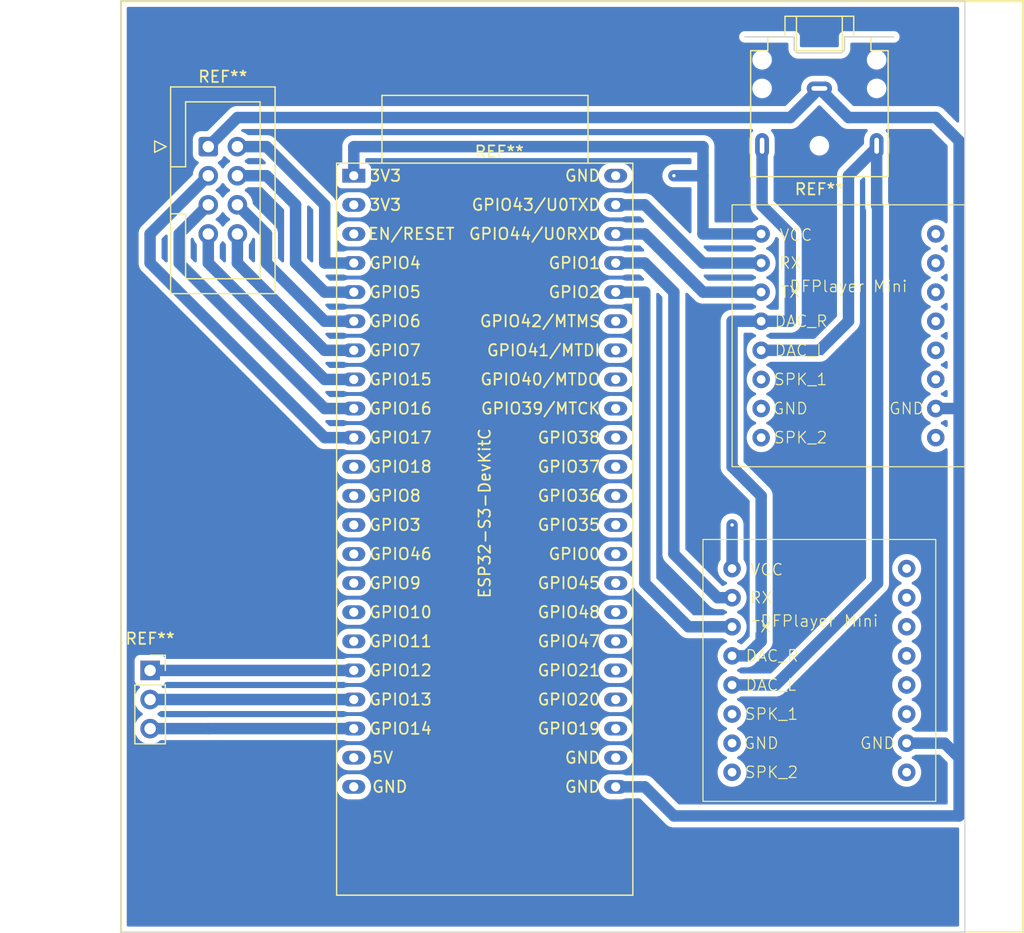
<source format=kicad_pcb>
(kicad_pcb (version 20221018) (generator pcbnew)
  (layers (0 "F.Cu" signal) (31 "B.Cu" signal) (34 "B.Paste" user) (35 "F.Paste" user) (36 "B.SilkS" user "B.Silkscreen") (37 "F.SilkS" user "F.Silkscreen") (38 "B.Mask" user) (39 "F.Mask" user) (44 "Edge.Cuts" user))
  (net 0 "")
  (footprint "Connector_Audio:Jack_3.5mm_CUI_SJ1-3523N_Horizontal" (layer "F.Cu") (at 83.82 30.48 180)
    (fp_text reference "REF**" (at 0 -8.8) (layer "F.SilkS"))
    (fp_text value "Jack_3.5mm_CUI_SJ1-3523N_Horizontal")
    (fp_line (start -6 -7.7) (end 6 -7.7) (stroke (width 0.12)) (layer "F.SilkS"))
    (fp_line (start -6 3.3) (end -6 -7.7) (stroke (width 0.12)) (layer "F.SilkS"))
    (fp_line (start -4.5 3.3) (end -6 3.3) (stroke (width 0.12)) (layer "F.SilkS"))
    (fp_line (start -4.5 4.5) (end -4.5 3.3) (stroke (width 0.12)) (layer "F.SilkS"))
    (fp_line (start -3 4.5) (end -4.5 4.5) (stroke (width 0.12)) (layer "F.SilkS"))
    (fp_line (start -3 6.3) (end -3 4.5) (stroke (width 0.12)) (layer "F.SilkS"))
    (fp_line (start -2 3.3) (end -2 6.3) (stroke (width 0.12)) (layer "F.SilkS"))
    (fp_line (start 2 3.3) (end -2 3.3) (stroke (width 0.12)) (layer "F.SilkS"))
    (fp_line (start 2 6.3) (end 2 3.3) (stroke (width 0.12)) (layer "F.SilkS"))
    (fp_line (start 3 4.5) (end 3 6.3) (stroke (width 0.12)) (layer "F.SilkS"))
    (fp_line (start 3 6.3) (end -3 6.3) (stroke (width 0.12)) (layer "F.SilkS"))
    (fp_line (start 4.5 3.3) (end 4.5 4.5) (stroke (width 0.12)) (layer "F.SilkS"))
    (fp_line (start 4.5 4.5) (end 3 4.5) (stroke (width 0.12)) (layer "F.SilkS"))
    (fp_line (start 6 -7.7) (end 6 3.3) (stroke (width 0.12)) (layer "F.SilkS"))
    (fp_line (start 6 3.3) (end 4.5 3.3) (stroke (width 0.12)) (layer "F.SilkS"))
    (fp_line (start -2.2 3.5) (end -2.2 4.5) (stroke (width 0.12)) (layer "Edge.Cuts"))
    (fp_line (start -2.2 4.5) (end -6.5 4.5) (stroke (width 0.12)) (layer "Edge.Cuts"))
    (fp_line (start 1.8 3.1) (end -1.8 3.1) (stroke (width 0.12)) (layer "Edge.Cuts"))
    (fp_line (start 2.2 3.5) (end 2.2 4.5) (stroke (width 0.12)) (layer "Edge.Cuts"))
    (fp_line (start 2.2 4.5) (end 6.5 4.5) (stroke (width 0.12)) (layer "Edge.Cuts"))
    (fp_arc (start -2.2 3.5) (mid -2.082842 3.217158) (end -1.8 3.1) (stroke (width 0.12)) (layer "Edge.Cuts"))
    (fp_arc (start 1.8 3.1) (mid 2.082843 3.217157) (end 2.2 3.5) (stroke (width 0.12)) (layer "Edge.Cuts"))
    (pad "" np_thru_hole circle (at -5 0 180) (size 1.2 1.2) (drill 1.2) (layers "*.Cu"))
    (pad "" np_thru_hole circle (at -5 2.5 180) (size 1.2 1.2) (drill 1.2) (layers "*.Cu"))
    (pad "" np_thru_hole circle (at 0 -5 180) (size 1.2 1.2) (drill 1.2) (layers "*.Cu"))
    (pad "" np_thru_hole circle (at 5 0 180) (size 1.2 1.2) (drill 1.2) (layers "*.Cu"))
    (pad "" np_thru_hole circle (at 5 2.5 180) (size 1.2 1.2) (drill 1.2) (layers "*.Cu"))
    (pad "R" thru_hole oval (at -5 -5 180) (size 1.2 2.2) (drill oval 0.4 1.4) (layers "*.Cu" "*.Mask"))
    (pad "S" thru_hole oval (at 0 0 180) (size 2.2 1.2) (drill oval 1.4 0.4) (layers "*.Cu" "*.Mask"))
    (pad "T" thru_hole oval (at 5 -5) (size 1.2 2.2) (drill oval 0.4 1.4) (layers "*.Cu" "*.Mask"))
  )
  (footprint "Connector_IDC:IDC-Header_2x04_P2.54mm_Vertical" (layer "F.Cu") (at 30.48 35.56)
    (fp_text reference "REF**" (at 1.27 -6.1) (layer "F.SilkS"))
    (fp_text value "IDC-Header_2x04_P2.54mm_Vertical")
    (fp_line (start -4.68 -0.5) (end -4.68 0.5) (stroke (width 0.12)) (layer "F.SilkS"))
    (fp_line (start -4.68 0.5) (end -3.68 0) (stroke (width 0.12)) (layer "F.SilkS"))
    (fp_line (start -3.68 0) (end -4.68 -0.5) (stroke (width 0.12)) (layer "F.SilkS"))
    (fp_line (start -3.29 -5.21) (end 5.83 -5.21) (stroke (width 0.12)) (layer "F.SilkS"))
    (fp_line (start -3.29 1.76) (end -1.98 1.76) (stroke (width 0.12)) (layer "F.SilkS"))
    (fp_line (start -3.29 12.83) (end -3.29 -5.21) (stroke (width 0.12)) (layer "F.SilkS"))
    (fp_line (start -1.98 -3.91) (end 4.52 -3.91) (stroke (width 0.12)) (layer "F.SilkS"))
    (fp_line (start -1.98 1.76) (end -1.98 -3.91) (stroke (width 0.12)) (layer "F.SilkS"))
    (fp_line (start -1.98 5.86) (end -3.29 5.86) (stroke (width 0.12)) (layer "F.SilkS"))
    (fp_line (start -1.98 5.86) (end -1.98 5.86) (stroke (width 0.12)) (layer "F.SilkS"))
    (fp_line (start -1.98 11.53) (end -1.98 5.86) (stroke (width 0.12)) (layer "F.SilkS"))
    (fp_line (start 4.52 -3.91) (end 4.52 11.53) (stroke (width 0.12)) (layer "F.SilkS"))
    (fp_line (start 4.52 11.53) (end -1.98 11.53) (stroke (width 0.12)) (layer "F.SilkS"))
    (fp_line (start 5.83 -5.21) (end 5.83 12.83) (stroke (width 0.12)) (layer "F.SilkS"))
    (fp_line (start 5.83 12.83) (end -3.29 12.83) (stroke (width 0.12)) (layer "F.SilkS"))
    (pad "1" thru_hole roundrect (at 0 0) (size 1.7 1.7) (drill 1) (layers "*.Cu" "*.Mask") (roundrect_rratio 0.1470588235))
    (pad "2" thru_hole circle (at 2.54 0) (size 1.7 1.7) (drill 1) (layers "*.Cu" "*.Mask"))
    (pad "3" thru_hole circle (at 0 2.54) (size 1.7 1.7) (drill 1) (layers "*.Cu" "*.Mask"))
    (pad "4" thru_hole circle (at 2.54 2.54) (size 1.7 1.7) (drill 1) (layers "*.Cu" "*.Mask"))
    (pad "5" thru_hole circle (at 0 5.08) (size 1.7 1.7) (drill 1) (layers "*.Cu" "*.Mask"))
    (pad "6" thru_hole circle (at 2.54 5.08) (size 1.7 1.7) (drill 1) (layers "*.Cu" "*.Mask"))
    (pad "7" thru_hole circle (at 0 7.62) (size 1.7 1.7) (drill 1) (layers "*.Cu" "*.Mask"))
    (pad "8" thru_hole circle (at 2.54 7.62) (size 1.7 1.7) (drill 1) (layers "*.Cu" "*.Mask"))
  )
  (footprint "PCM_Espressif:ESP32-S3-DevKitC" (layer "F.Cu") (at 43.18 38.1)
    (fp_text reference "REF**" (at 12.7 -2.1) (layer "F.SilkS"))
    (fp_text value "ESP32-S3-DevKitC" (at 11.42632 29.46128 90) (layer "F.SilkS"))
    (fp_text user "GPIO18" (at 1.27 25.4 unlocked) (layer "F.SilkS") (effects (justify left)))
    (fp_text user "GPIO9" (at 1.27 35.56 unlocked) (layer "F.SilkS") (effects (justify left)))
    (fp_text user "EN/RESET" (at 8.88632 5.07728 unlocked) (layer "F.SilkS") (effects (justify right)))
    (fp_text user "GPIO20" (at 21.59 45.72 unlocked) (layer "F.SilkS") (effects (justify right)))
    (fp_text user "GPIO21" (at 21.59 43.18 unlocked) (layer "F.SilkS") (effects (justify right)))
    (fp_text user "5V" (at 1.52032 50.79728 unlocked) (layer "F.SilkS") (effects (justify left)))
    (fp_text user "GPIO1" (at 21.59 7.62 unlocked) (layer "F.SilkS") (effects (justify right)))
    (fp_text user "GND" (at 21.59 50.8 unlocked) (layer "F.SilkS") (effects (justify right)))
    (fp_text user "GPIO47" (at 21.59 40.64 unlocked) (layer "F.SilkS") (effects (justify right)))
    (fp_text user "GPIO37" (at 21.59 25.4 unlocked) (layer "F.SilkS") (effects (justify right)))
    (fp_text user "GPIO15" (at 1.27 17.78 unlocked) (layer "F.SilkS") (effects (justify left)))
    (fp_text user "3V3" (at 1.27 2.54 unlocked) (layer "F.SilkS") (effects (justify left)))
    (fp_text user "GPIO10" (at 1.27 38.1 unlocked) (layer "F.SilkS") (effects (justify left)))
    (fp_text user "GPIO14" (at 1.27 48.26 unlocked) (layer "F.SilkS") (effects (justify left)))
    (fp_text user "GPIO45" (at 21.59 35.56 unlocked) (layer "F.SilkS") (effects (justify right)))
    (fp_text user "3V3" (at 1.27 0 unlocked) (layer "F.SilkS") (effects (justify left)))
    (fp_text user "GPIO17" (at 1.27 22.86 unlocked) (layer "F.SilkS") (effects (justify left)))
    (fp_text user "GPIO46" (at 1.27 33.02 unlocked) (layer "F.SilkS") (effects (justify left)))
    (fp_text user "GPIO43/U0TXD" (at 21.59 2.54 unlocked) (layer "F.SilkS") (effects (justify right)))
    (fp_text user "GPIO8" (at 1.27 27.94 unlocked) (layer "F.SilkS") (effects (justify left)))
    (fp_text user "GPIO19" (at 21.59 48.26 unlocked) (layer "F.SilkS") (effects (justify right)))
    (fp_text user "GPIO44/U0RXD" (at 21.59 5.08 unlocked) (layer "F.SilkS") (effects (justify right)))
    (fp_text user "GPIO3" (at 1.27 30.48 unlocked) (layer "F.SilkS") (effects (justify left)))
    (fp_text user "GPIO35" (at 21.59 30.48 unlocked) (layer "F.SilkS") (effects (justify right)))
    (fp_text user "GPIO39/MTCK" (at 21.59 20.32 unlocked) (layer "F.SilkS") (effects (justify right)))
    (fp_text user "GPIO40/MTDO" (at 21.59 17.78 unlocked) (layer "F.SilkS") (effects (justify right)))
    (fp_text user "GPIO38" (at 21.59 22.86 unlocked) (layer "F.SilkS") (effects (justify right)))
    (fp_text user "GPIO5" (at 1.27 10.16 unlocked) (layer "F.SilkS") (effects (justify left)))
    (fp_text user "GPIO11" (at 1.27 40.64 unlocked) (layer "F.SilkS") (effects (justify left)))
    (fp_text user "GND" (at 1.52032 53.33728 unlocked) (layer "F.SilkS") (effects (justify left)))
    (fp_text user "GND" (at 21.59 53.34 unlocked) (layer "F.SilkS") (effects (justify right)))
    (fp_text user "GPIO36" (at 21.59 27.94 unlocked) (layer "F.SilkS") (effects (justify right)))
    (fp_text user "GPIO42/MTMS" (at 21.59 12.7 unlocked) (layer "F.SilkS") (effects (justify right)))
    (fp_text user "GPIO48" (at 21.59 38.1 unlocked) (layer "F.SilkS") (effects (justify right)))
    (fp_text user "GPIO41/MTDI" (at 21.59 15.24 unlocked) (layer "F.SilkS") (effects (justify right)))
    (fp_text user "GPIO13" (at 1.27 45.72 unlocked) (layer "F.SilkS") (effects (justify left)))
    (fp_text user "GPIO7" (at 1.27 15.24 unlocked) (layer "F.SilkS") (effects (justify left)))
    (fp_text user "GPIO0" (at 21.59 33.02 unlocked) (layer "F.SilkS") (effects (justify right)))
    (fp_text user "GPIO12" (at 1.27 43.18 unlocked) (layer "F.SilkS") (effects (justify left)))
    (fp_text user "GPIO2" (at 21.59 10.16 unlocked) (layer "F.SilkS") (effects (justify right)))
    (fp_text user "GPIO6" (at 1.27 12.7 unlocked) (layer "F.SilkS") (effects (justify left)))
    (fp_text user "GND" (at 21.59 0 unlocked) (layer "F.SilkS") (effects (justify right)))
    (fp_text user "GPIO4" (at 1.27 7.62 unlocked) (layer "F.SilkS") (effects (justify left)))
    (fp_text user "GPIO16" (at 1.27 20.32 unlocked) (layer "F.SilkS") (effects (justify left)))
    (fp_line (start -1.5 62.79728) (end 24.359999 62.79728) (stroke (width 0.12)) (layer "F.SilkS"))
    (fp_line (start -1.499999 -1.1) (end -1.5 62.79728) (stroke (width 0.12)) (layer "F.SilkS"))
    (fp_line (start 2.46012 -7.01312) (end 20.44332 -7.01312) (stroke (width 0.12)) (layer "F.SilkS"))
    (fp_line (start 2.46012 -1.12032) (end 2.46012 -7.01312) (stroke (width 0.12)) (layer "F.SilkS"))
    (fp_line (start 20.44332 -7.01312) (end 20.44332 -1.12032) (stroke (width 0.12)) (layer "F.SilkS"))
    (fp_line (start 24.359999 62.79728) (end 24.36 -1.1) (stroke (width 0.12)) (layer "F.SilkS"))
    (fp_line (start 24.36 -1.1) (end -1.499999 -1.1) (stroke (width 0.12)) (layer "F.SilkS"))
    (pad "1" thru_hole rect (at 0 0 270) (size 1.2 2) (drill 0.8) (layers "*.Cu" "*.Mask"))
    (pad "2" thru_hole oval (at 0 2.54 270) (size 1.2 2) (drill 0.8) (layers "*.Cu" "*.Mask"))
    (pad "3" thru_hole oval (at 0 5.08 270) (size 1.2 2) (drill 0.8) (layers "*.Cu" "*.Mask"))
    (pad "4" thru_hole oval (at 0 7.62 270) (size 1.2 2) (drill 0.8) (layers "*.Cu" "*.Mask"))
    (pad "5" thru_hole oval (at 0 10.16 270) (size 1.2 2) (drill 0.8) (layers "*.Cu" "*.Mask"))
    (pad "6" thru_hole oval (at 0 12.7 270) (size 1.2 2) (drill 0.8) (layers "*.Cu" "*.Mask"))
    (pad "7" thru_hole oval (at 0 15.24 270) (size 1.2 2) (drill 0.8) (layers "*.Cu" "*.Mask"))
    (pad "8" thru_hole oval (at 0 17.78 270) (size 1.2 2) (drill 0.8) (layers "*.Cu" "*.Mask"))
    (pad "9" thru_hole oval (at 0 20.32 270) (size 1.2 2) (drill 0.8) (layers "*.Cu" "*.Mask"))
    (pad "10" thru_hole oval (at 0 22.86 270) (size 1.2 2) (drill 0.8) (layers "*.Cu" "*.Mask"))
    (pad "11" thru_hole oval (at 0 25.4 270) (size 1.2 2) (drill 0.8) (layers "*.Cu" "*.Mask"))
    (pad "12" thru_hole oval (at 0 27.94 270) (size 1.2 2) (drill 0.8) (layers "*.Cu" "*.Mask"))
    (pad "13" thru_hole oval (at 0 30.48 270) (size 1.2 2) (drill 0.8) (layers "*.Cu" "*.Mask"))
    (pad "14" thru_hole oval (at 0 33.02 270) (size 1.2 2) (drill 0.8) (layers "*.Cu" "*.Mask"))
    (pad "15" thru_hole oval (at 0 35.56 270) (size 1.2 2) (drill 0.8) (layers "*.Cu" "*.Mask"))
    (pad "16" thru_hole oval (at 0 38.1 270) (size 1.2 2) (drill 0.8) (layers "*.Cu" "*.Mask"))
    (pad "17" thru_hole oval (at 0 40.64 270) (size 1.2 2) (drill 0.8) (layers "*.Cu" "*.Mask"))
    (pad "18" thru_hole oval (at 0 43.18 270) (size 1.2 2) (drill 0.8) (layers "*.Cu" "*.Mask"))
    (pad "19" thru_hole oval (at 0 45.72 270) (size 1.2 2) (drill 0.8) (layers "*.Cu" "*.Mask"))
    (pad "20" thru_hole oval (at -0.00368 48.25728 270) (size 1.2 2) (drill 0.8) (layers "*.Cu" "*.Mask"))
    (pad "21" thru_hole oval (at -0.00368 50.79728 270) (size 1.2 2) (drill 0.8) (layers "*.Cu" "*.Mask"))
    (pad "22" thru_hole oval (at -0.00368 53.33728 270) (size 1.2 2) (drill 0.8) (layers "*.Cu" "*.Mask"))
    (pad "23" thru_hole oval (at 22.86 53.34 270) (size 1.2 2) (drill 0.8) (layers "*.Cu" "*.Mask"))
    (pad "24" thru_hole oval (at 22.86 50.8 270) (size 1.2 2) (drill 0.8) (layers "*.Cu" "*.Mask"))
    (pad "25" thru_hole oval (at 22.86 48.26 270) (size 1.2 2) (drill 0.8) (layers "*.Cu" "*.Mask"))
    (pad "26" thru_hole oval (at 22.86 45.72 270) (size 1.2 2) (drill 0.8) (layers "*.Cu" "*.Mask"))
    (pad "27" thru_hole oval (at 22.86 43.18 270) (size 1.2 2) (drill 0.8) (layers "*.Cu" "*.Mask"))
    (pad "28" thru_hole oval (at 22.86 40.64 270) (size 1.2 2) (drill 0.8) (layers "*.Cu" "*.Mask"))
    (pad "29" thru_hole oval (at 22.86 38.1 270) (size 1.2 2) (drill 0.8) (layers "*.Cu" "*.Mask"))
    (pad "30" thru_hole oval (at 22.86 35.56 270) (size 1.2 2) (drill 0.8) (layers "*.Cu" "*.Mask"))
    (pad "31" thru_hole oval (at 22.86 33.02 270) (size 1.2 2) (drill 0.8) (layers "*.Cu" "*.Mask"))
    (pad "32" thru_hole oval (at 22.86 30.48 270) (size 1.2 2) (drill 0.8) (layers "*.Cu" "*.Mask"))
    (pad "33" thru_hole oval (at 22.86 27.94 270) (size 1.2 2) (drill 0.8) (layers "*.Cu" "*.Mask"))
    (pad "34" thru_hole oval (at 22.86 25.4 270) (size 1.2 2) (drill 0.8) (layers "*.Cu" "*.Mask"))
    (pad "35" thru_hole oval (at 22.86 22.86 270) (size 1.2 2) (drill 0.8) (layers "*.Cu" "*.Mask"))
    (pad "36" thru_hole oval (at 22.86 20.32 270) (size 1.2 2) (drill 0.8) (layers "*.Cu" "*.Mask"))
    (pad "37" thru_hole oval (at 22.86 17.78 270) (size 1.2 2) (drill 0.8) (layers "*.Cu" "*.Mask"))
    (pad "38" thru_hole oval (at 22.86 15.24 270) (size 1.2 2) (drill 0.8) (layers "*.Cu" "*.Mask"))
    (pad "39" thru_hole oval (at 22.86 12.7 270) (size 1.2 2) (drill 0.8) (layers "*.Cu" "*.Mask"))
    (pad "40" thru_hole oval (at 22.86 10.16 270) (size 1.2 2) (drill 0.8) (layers "*.Cu" "*.Mask"))
    (pad "41" thru_hole oval (at 22.86 7.62 270) (size 1.2 2) (drill 0.8) (layers "*.Cu" "*.Mask"))
    (pad "42" thru_hole oval (at 22.86 5.08 270) (size 1.2 2) (drill 0.8) (layers "*.Cu" "*.Mask"))
    (pad "43" thru_hole oval (at 22.86 2.54 270) (size 1.2 2) (drill 0.8) (layers "*.Cu" "*.Mask"))
    (pad "44" thru_hole oval (at 22.86 0 270) (size 1.2 2) (drill 0.8) (layers "*.Cu" "*.Mask"))
  )
  (footprint "Connector_PinSocket_2.54mm:PinSocket_1x03_P2.54mm_Vertical" (layer "F.Cu") (at 25.4 81.28)
    (fp_text reference "REF**" (at 0 -2.77) (layer "F.SilkS"))
    (fp_text value "PinSocket_1x03_P2.54mm_Vertical")
    (fp_line (start -1.33 1.27) (end -1.33 6.41) (stroke (width 0.12)) (layer "F.SilkS"))
    (fp_line (start -1.33 1.27) (end 1.33 1.27) (stroke (width 0.12)) (layer "F.SilkS"))
    (fp_line (start -1.33 6.41) (end 1.33 6.41) (stroke (width 0.12)) (layer "F.SilkS"))
    (fp_line (start 0 -1.33) (end 1.33 -1.33) (stroke (width 0.12)) (layer "F.SilkS"))
    (fp_line (start 1.33 -1.33) (end 1.33 0) (stroke (width 0.12)) (layer "F.SilkS"))
    (fp_line (start 1.33 1.27) (end 1.33 6.41) (stroke (width 0.12)) (layer "F.SilkS"))
    (pad "1" thru_hole rect (at 0 0) (size 1.7 1.7) (drill 1) (layers "*.Cu" "*.Mask"))
    (pad "2" thru_hole oval (at 0 2.54) (size 1.7 1.7) (drill 1) (layers "*.Cu" "*.Mask"))
    (pad "3" thru_hole oval (at 0 5.08) (size 1.7 1.7) (drill 1) (layers "*.Cu" "*.Mask"))
  )
  (footprint "Library:DFPlayer Mini" (layer "F.Cu") (at 86.36 48.26)
    (fp_text reference "DFPlayer Mini" (at 0 -0.5 unlocked) (layer "F.SilkS") (effects (font (thickness 0.1))))
    (fp_text value "DFPlayer Mini")
    (fp_text user "SPK_2" (at -6.58 12.7 unlocked) (layer "F.SilkS") (effects (font (thickness 0.1)) (justify left)))
    (fp_text user "DAC_R" (at -6.5 2.54 unlocked) (layer "F.SilkS") (effects (font (thickness 0.1)) (justify left)))
    (fp_text user "VCC" (at -6.08 -4.4 unlocked) (layer "F.SilkS") (effects (font (thickness 0.1)) (justify left bottom)))
    (fp_text user "DAC_L" (at -6.5 5.08 unlocked) (layer "F.SilkS") (effects (font (thickness 0.1)) (justify left)))
    (fp_text user "RX" (at -5.08 -2.54 unlocked) (layer "F.SilkS") (effects (font (thickness 0.1))))
    (fp_text user "GND" (at -5.08 10.16 unlocked) (layer "F.SilkS") (effects (font (thickness 0.1))))
    (fp_text user "SPK_1" (at -6.58 7.62 unlocked) (layer "F.SilkS") (effects (font (thickness 0.1)) (justify left)))
    (fp_text user "TX" (at -5.08 0 unlocked) (layer "F.SilkS") (effects (font (thickness 0.1))))
    (fp_text user "GND" (at 5.08 10.16 unlocked) (layer "F.SilkS") (effects (font (thickness 0.1))))
    (fp_rect (start -10.16 -7.62) (end 10.16 15.24) (stroke (width 0.1)) (fill none) (layer "F.SilkS"))
    (pad "1" thru_hole circle (at -7.62 -5.08) (size 1.524 1.524) (drill 0.762) (layers "*.Cu" "*.Mask"))
    (pad "2" thru_hole circle (at -7.62 -2.54) (size 1.524 1.524) (drill 0.762) (layers "*.Cu" "*.Mask"))
    (pad "3" thru_hole circle (at -7.62 0) (size 1.524 1.524) (drill 0.762) (layers "*.Cu" "*.Mask"))
    (pad "4" thru_hole circle (at -7.62 2.54) (size 1.524 1.524) (drill 0.762) (layers "*.Cu" "*.Mask"))
    (pad "5" thru_hole circle (at -7.62 5.08) (size 1.524 1.524) (drill 0.762) (layers "*.Cu" "*.Mask"))
    (pad "6" thru_hole circle (at -7.62 7.62) (size 1.524 1.524) (drill 0.762) (layers "*.Cu" "*.Mask"))
    (pad "7" thru_hole circle (at -7.62 10.16) (size 1.524 1.524) (drill 0.762) (layers "*.Cu" "*.Mask"))
    (pad "8" thru_hole circle (at -7.62 12.7) (size 1.524 1.524) (drill 0.762) (layers "*.Cu" "*.Mask"))
    (pad "9" thru_hole circle (at 7.62 12.7) (size 1.524 1.524) (drill 0.762) (layers "*.Cu" "*.Mask"))
    (pad "10" thru_hole circle (at 7.62 10.16) (size 1.524 1.524) (drill 0.762) (layers "*.Cu" "*.Mask"))
    (pad "11" thru_hole circle (at 7.62 7.62) (size 1.524 1.524) (drill 0.762) (layers "*.Cu" "*.Mask"))
    (pad "12" thru_hole circle (at 7.62 5.08) (size 1.524 1.524) (drill 0.762) (layers "*.Cu" "*.Mask"))
    (pad "13" thru_hole circle (at 7.62 2.54) (size 1.524 1.524) (drill 0.762) (layers "*.Cu" "*.Mask"))
    (pad "14" thru_hole circle (at 7.62 0) (size 1.524 1.524) (drill 0.762) (layers "*.Cu" "*.Mask"))
    (pad "15" thru_hole circle (at 7.62 -2.54) (size 1.524 1.524) (drill 0.762) (layers "*.Cu" "*.Mask"))
    (pad "16" thru_hole circle (at 7.62 -5.08) (size 1.524 1.524) (drill 0.762) (layers "*.Cu" "*.Mask"))
  )
  (footprint "Library:DFPlayer Mini" (layer "F.Cu") (at 83.82 77.47)
    (fp_text reference "DFPlayer Mini" (at 0 -0.5 unlocked) (layer "F.SilkS") (effects (font (thickness 0.1))))
    (fp_text value "DFPlayer Mini")
    (fp_text user "GND" (at -5.08 10.16 unlocked) (layer "F.SilkS") (effects (font (thickness 0.1))))
    (fp_text user "SPK_2" (at -6.58 12.7 unlocked) (layer "F.SilkS") (effects (font (thickness 0.1)) (justify left)))
    (fp_text user "VCC" (at -6.08 -4.4 unlocked) (layer "F.SilkS") (effects (font (thickness 0.1)) (justify left bottom)))
    (fp_text user "SPK_1" (at -6.58 7.62 unlocked) (layer "F.SilkS") (effects (font (thickness 0.1)) (justify left)))
    (fp_text user "DAC_L" (at -6.5 5.08 unlocked) (layer "F.SilkS") (effects (font (thickness 0.1)) (justify left)))
    (fp_text user "DAC_R" (at -6.5 2.54 unlocked) (layer "F.SilkS") (effects (font (thickness 0.1)) (justify left)))
    (fp_text user "GND" (at 5.08 10.16 unlocked) (layer "F.SilkS") (effects (font (thickness 0.1))))
    (fp_text user "TX" (at -5.08 0 unlocked) (layer "F.SilkS") (effects (font (thickness 0.1))))
    (fp_text user "RX" (at -5.08 -2.54 unlocked) (layer "F.SilkS") (effects (font (thickness 0.1))))
    (fp_rect (start -10.16 -7.62) (end 10.16 15.24) (stroke (width 0.1)) (fill none) (layer "F.SilkS"))
    (pad "1" thru_hole circle (at -7.62 -5.08) (size 1.524 1.524) (drill 0.762) (layers "*.Cu" "*.Mask"))
    (pad "2" thru_hole circle (at -7.62 -2.54) (size 1.524 1.524) (drill 0.762) (layers "*.Cu" "*.Mask"))
    (pad "3" thru_hole circle (at -7.62 0) (size 1.524 1.524) (drill 0.762) (layers "*.Cu" "*.Mask"))
    (pad "4" thru_hole circle (at -7.62 2.54) (size 1.524 1.524) (drill 0.762) (layers "*.Cu" "*.Mask"))
    (pad "5" thru_hole circle (at -7.62 5.08) (size 1.524 1.524) (drill 0.762) (layers "*.Cu" "*.Mask"))
    (pad "6" thru_hole circle (at -7.62 7.62) (size 1.524 1.524) (drill 0.762) (layers "*.Cu" "*.Mask"))
    (pad "7" thru_hole circle (at -7.62 10.16) (size 1.524 1.524) (drill 0.762) (layers "*.Cu" "*.Mask"))
    (pad "8" thru_hole circle (at -7.62 12.7) (size 1.524 1.524) (drill 0.762) (layers "*.Cu" "*.Mask"))
    (pad "9" thru_hole circle (at 7.62 12.7) (size 1.524 1.524) (drill 0.762) (layers "*.Cu" "*.Mask"))
    (pad "10" thru_hole circle (at 7.62 10.16) (size 1.524 1.524) (drill 0.762) (layers "*.Cu" "*.Mask"))
    (pad "11" thru_hole circle (at 7.62 7.62) (size 1.524 1.524) (drill 0.762) (layers "*.Cu" "*.Mask"))
    (pad "12" thru_hole circle (at 7.62 5.08) (size 1.524 1.524) (drill 0.762) (layers "*.Cu" "*.Mask"))
    (pad "13" thru_hole circle (at 7.62 2.54) (size 1.524 1.524) (drill 0.762) (layers "*.Cu" "*.Mask"))
    (pad "14" thru_hole circle (at 7.62 0) (size 1.524 1.524) (drill 0.762) (layers "*.Cu" "*.Mask"))
    (pad "15" thru_hole circle (at 7.62 -2.54) (size 1.524 1.524) (drill 0.762) (layers "*.Cu" "*.Mask"))
    (pad "16" thru_hole circle (at 7.62 -5.08) (size 1.524 1.524) (drill 0.762) (layers "*.Cu" "*.Mask"))
  )
  (gr_rect (start 22.86 22.86) (end 101.6 104.14) (stroke (width 0.2)) (fill none) (layer "F.SilkS"))
  (gr_line (start 96.52 22.86) (end 22.86 22.86) (stroke (width 0.1)) (layer "Edge.Cuts"))
  (gr_line (start 22.86 104.14) (end 96.52 104.14) (stroke (width 0.1)) (layer "Edge.Cuts"))
  (gr_line (start 96.52 104.14) (end 96.52 22.86) (stroke (width 0.1)) (layer "Edge.Cuts"))
  (gr_line (start 22.86 22.86) (end 22.86 104.14) (stroke (width 0.1)) (layer "Edge.Cuts"))
  (segment (start 88.82 35.64) (end 88.82 35.48) (width 1) (layer "F.Cu") (net 0))
  (segment (start 30.48272 86.35728) (end 30.48 86.36) (width 0.25) (layer "F.Cu") (net 0))
  (via (at 71.12 38.1) (size 0.6) (drill 0.3) (layers "F.Cu" "B.Cu") (net 0))
  (via (at 76.2 68.58) (size 0.6) (drill 0.3) (layers "F.Cu" "B.Cu") (net 0))
  (segment (start 33.02 35.56) (end 35.56 35.56) (width 1) (layer "B.Cu") (net 0))
  (segment (start 93.98 58.42) (end 96.02 58.42) (width 1) (layer "B.Cu") (net 0))
  (segment (start 76.2 72.39) (end 76.2 68.58) (width 1) (layer "B.Cu") (net 0))
  (segment (start 78.74 78.74) (end 78.74 66.04) (width 1) (layer "B.Cu") (net 0))
  (segment (start 68.58 48.26) (end 66.04 48.26) (width 1) (layer "B.Cu") (net 0))
  (segment (start 66.04 43.18) (end 68.58 43.18) (width 1) (layer "B.Cu") (net 0))
  (segment (start 73.66 45.72) (end 78.74 45.72) (width 1) (layer "B.Cu") (net 0))
  (segment (start 66.04 91.44) (end 68.58 91.44) (width 1) (layer "B.Cu") (net 0))
  (segment (start 66.04 45.72) (end 68.58 45.72) (width 1) (layer "B.Cu") (net 0))
  (segment (start 76.2 50.8) (end 78.74 50.8) (width 1) (layer "B.Cu") (net 0))
  (segment (start 73.66 35.56) (end 43.18 35.56) (width 1) (layer "B.Cu") (net 0))
  (segment (start 86.36 33.02) (end 93.98 33.02) (width 1) (layer "B.Cu") (net 0))
  (segment (start 88.9 73.66) (end 88.9 40.8) (width 1) (layer "B.Cu") (net 0))
  (segment (start 96.02 88.9) (end 96.02 60.96) (width 1) (layer "B.Cu") (net 0))
  (segment (start 68.58 45.72) (end 71.12 48.26) (width 1) (layer "B.Cu") (net 0))
  (segment (start 83.82 30.48) (end 86.36 33.02) (width 1) (layer "B.Cu") (net 0))
  (segment (start 33.02 45.72) (end 40.64 53.34) (width 1) (layer "B.Cu") (net 0))
  (segment (start 43.18 83.82) (end 25.4 83.82) (width 1) (layer "B.Cu") (net 0))
  (segment (start 76.2 43.18) (end 73.66 43.18) (width 1) (layer "B.Cu") (net 0))
  (segment (start 76.2 43.18) (end 78.74 43.18) (width 1) (layer "B.Cu") (net 0))
  (segment (start 38.1 45.72) (end 38.1 40.64) (width 1) (layer "B.Cu") (net 0))
  (segment (start 80.01 82.55) (end 88.9 73.66) (width 1) (layer "B.Cu") (net 0))
  (segment (start 35.56 38.1) (end 33.02 38.1) (width 1) (layer "B.Cu") (net 0))
  (segment (start 88.9 35.56) (end 88.82 35.48) (width 1) (layer "B.Cu") (net 0))
  (segment (start 33.02 43.18) (end 33.02 45.72) (width 1) (layer "B.Cu") (net 0))
  (segment (start 38.1 40.64) (end 35.56 38.1) (width 1) (layer "B.Cu") (net 0))
  (segment (start 30.48 43.18) (end 30.48 45.72) (width 1) (layer "B.Cu") (net 0))
  (segment (start 66.04 40.64) (end 68.58 40.64) (width 1) (layer "B.Cu") (net 0))
  (segment (start 73.66 48.26) (end 78.74 48.26) (width 1) (layer "B.Cu") (net 0))
  (segment (start 25.4 45.72) (end 40.64 60.96) (width 1) (layer "B.Cu") (net 0))
  (segment (start 78.82 40.72) (end 81.28 43.18) (width 1) (layer "B.Cu") (net 0))
  (segment (start 30.48 38.1) (end 25.4 43.18) (width 1) (layer "B.Cu") (net 0))
  (segment (start 40.64 55.88) (end 43.18 55.88) (width 1) (layer "B.Cu") (net 0))
  (segment (start 73.66 43.18) (end 73.66 35.56) (width 1) (layer "B.Cu") (net 0))
  (segment (start 35.56 43.18) (end 33.02 40.64) (width 1) (layer "B.Cu") (net 0))
  (segment (start 40.64 53.34) (end 43.18 53.34) (width 1) (layer "B.Cu") (net 0))
  (segment (start 71.12 93.98) (end 96.02 93.98) (width 1) (layer "B.Cu") (net 0))
  (segment (start 35.56 35.56) (end 40.64 40.64) (width 1) (layer "B.Cu") (net 0))
  (segment (start 76.2 63.5) (end 76.2 50.8) (width 1) (layer "B.Cu") (net 0))
  (segment (start 88.9 40.8) (end 88.82 40.72) (width 1) (layer "B.Cu") (net 0))
  (segment (start 76.2 77.47) (end 72.39 77.47) (width 1) (layer "B.Cu") (net 0))
  (segment (start 43.17632 86.35728) (end 30.48272 86.35728) (width 1) (layer "B.Cu") (net 0))
  (segment (start 77.47 80.01) (end 78.74 78.74) (width 1) (layer "B.Cu") (net 0))
  (segment (start 83.82 30.48) (end 81.28 33.02) (width 1) (layer "B.Cu") (net 0))
  (segment (start 96.02 60.96) (end 96.02 58.42) (width 1) (layer "B.Cu") (net 0))
  (segment (start 25.4 43.18) (end 25.4 45.72) (width 1) (layer "B.Cu") (net 0))
  (segment (start 71.12 48.26) (end 71.12 71.12) (width 1) (layer "B.Cu") (net 0))
  (segment (start 27.94 45.72) (end 40.64 58.42) (width 1) (layer "B.Cu") (net 0))
  (segment (start 72.39 77.47) (end 68.58 73.66) (width 1) (layer "B.Cu") (net 0))
  (segment (start 73.66 38.1) (end 71.12 38.1) (width 1) (layer "B.Cu") (net 0))
  (segment (start 43.18 38.1) (end 43.18 35.56) (width 1) (layer "B.Cu") (net 0))
  (segment (start 43.18 48.26) (end 40.64 48.26) (width 1) (layer "B.Cu") (net 0))
  (segment (start 27.94 43.18) (end 27.94 45.72) (width 1) (layer "B.Cu") (net 0))
  (segment (start 76.2 82.55) (end 80.01 82.55) (width 1) (layer "B.Cu") (net 0))
  (segment (start 40.64 50.8) (end 35.56 45.72) (width 1) (layer "B.Cu") (net 0))
  (segment (start 71.12 71.12) (end 74.93 74.93) (width 1) (layer "B.Cu") (net 0))
  (segment (start 96.02 58.42) (end 96.02 35.06) (width 1) (layer "B.Cu") (net 0))
  (segment (start 43.18 81.28) (end 25.4 81.28) (width 1) (layer "B.Cu") (net 0))
  (segment (start 78.74 66.04) (end 76.2 63.5) (width 1) (layer "B.Cu") (net 0))
  (segment (start 96.02 93.98) (end 96.02 88.9) (width 1) (layer "B.Cu") (net 0))
  (segment (start 78.82 35.48) (end 78.82 40.72) (width 1) (layer "B.Cu") (net 0))
  (segment (start 40.64 48.26) (end 38.1 45.72) (width 1) (layer "B.Cu") (net 0))
  (segment (start 88.82 40.72) (end 88.82 35.48) (width 1) (layer "B.Cu") (net 0))
  (segment (start 91.44 87.63) (end 94.75 87.63) (width 1) (layer "B.Cu") (net 0))
  (segment (start 77.47 80.01) (end 76.2 80.01) (width 1) (layer "B.Cu") (net 0))
  (segment (start 40.64 58.42) (end 43.18 58.42) (width 1) (layer "B.Cu") (net 0))
  (segment (start 40.64 45.72) (end 43.18 45.72) (width 1) (layer "B.Cu") (net 0))
  (segment (start 33.02 33.02) (end 30.48 35.56) (width 1) (layer "B.Cu") (net 0))
  (segment (start 94.75 87.63) (end 96.02 88.9) (width 1) (layer "B.Cu") (net 0))
  (segment (start 68.58 43.18) (end 73.66 48.26) (width 1) (layer "B.Cu") (net 0))
  (segment (start 81.28 33.02) (end 33.02 33.02) (width 1) (layer "B.Cu") (net 0))
  (segment (start 30.48 86.36) (end 25.4 86.36) (width 1) (layer "B.Cu") (net 0))
  (segment (start 78.74 53.34) (end 83.82 53.34) (width 1) (layer "B.Cu") (net 0))
  (segment (start 86.36 50.8) (end 86.36 38.1) (width 1) (layer "B.Cu") (net 0))
  (segment (start 81.28 43.18) (end 81.28 50.8) (width 1) (layer "B.Cu") (net 0))
  (segment (start 30.48 40.64) (end 27.94 43.18) (width 1) (layer "B.Cu") (net 0))
  (segment (start 78.74 50.8) (end 81.28 50.8) (width 1) (layer "B.Cu") (net 0))
  (segment (start 74.93 74.93) (end 76.2 74.93) (width 1) (layer "B.Cu") (net 0))
  (segment (start 68.58 91.44) (end 71.12 93.98) (width 1) (layer "B.Cu") (net 0))
  (segment (start 86.36 38.1) (end 88.82 35.64) (width 1) (layer "B.Cu") (net 0))
  (segment (start 40.64 60.96) (end 43.18 60.96) (width 1) (layer "B.Cu") (net 0))
  (segment (start 40.64 40.64) (end 40.64 45.72) (width 1) (layer "B.Cu") (net 0))
  (segment (start 30.48 45.72) (end 40.64 55.88) (width 1) (layer "B.Cu") (net 0))
  (segment (start 35.56 45.72) (end 35.56 43.18) (width 1) (layer "B.Cu") (net 0))
  (segment (start 83.82 53.34) (end 86.36 50.8) (width 1) (layer "B.Cu") (net 0))
  (segment (start 43.18 50.8) (end 40.64 50.8) (width 1) (layer "B.Cu") (net 0))
  (segment (start 93.98 33.02) (end 96.02 35.06) (width 1) (layer "B.Cu") (net 0))
  (segment (start 68.58 73.66) (end 68.58 48.26) (width 1) (layer "B.Cu") (net 0))
  (segment (start 68.58 40.64) (end 73.66 45.72) (width 1) (layer "B.Cu") (net 0))
  (zone (net 0) (net_name "") (layer "B.Cu") (connect_pads (clearance 0.5)) (min_thickness 0.25) (fill yes (thermal_gap 0.5) (thermal_bridge_width 0.5) (island_removal_mode 1) (island_area_min 10))
    (polygon (pts (xy 22.86 22.86) (xy 101.6 22.86) (xy 101.6 104.14) (xy 22.86 104.14)))
  )
)
</source>
